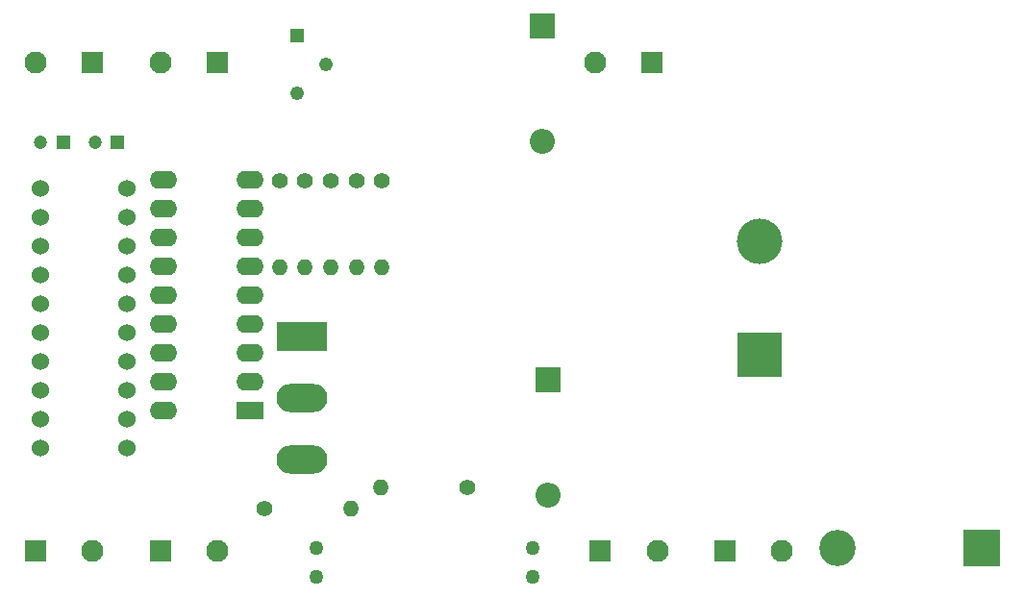
<source format=gbr>
%TF.GenerationSoftware,KiCad,Pcbnew,(6.0.9)*%
%TF.CreationDate,2023-01-27T09:56:42+11:00*%
%TF.ProjectId,CG22STAGE_MODULE,43473232-5354-4414-9745-5f4d4f44554c,rev?*%
%TF.SameCoordinates,Original*%
%TF.FileFunction,Soldermask,Bot*%
%TF.FilePolarity,Negative*%
%FSLAX46Y46*%
G04 Gerber Fmt 4.6, Leading zero omitted, Abs format (unit mm)*
G04 Created by KiCad (PCBNEW (6.0.9)) date 2023-01-27 09:56:42*
%MOMM*%
%LPD*%
G01*
G04 APERTURE LIST*
%ADD10C,1.270000*%
%ADD11C,1.400000*%
%ADD12O,1.400000X1.400000*%
%ADD13R,1.950000X1.950000*%
%ADD14C,1.950000*%
%ADD15R,4.000000X4.000000*%
%ADD16C,4.000000*%
%ADD17R,2.200000X2.200000*%
%ADD18O,2.200000X2.200000*%
%ADD19R,1.200000X1.200000*%
%ADD20C,1.200000*%
%ADD21R,4.500000X2.500000*%
%ADD22O,4.500000X2.500000*%
%ADD23R,2.400000X1.600000*%
%ADD24O,2.400000X1.600000*%
%ADD25C,1.524000*%
%ADD26R,1.222000X1.222000*%
%ADD27C,1.222000*%
%ADD28R,3.200000X3.200000*%
%ADD29O,3.200000X3.200000*%
G04 APERTURE END LIST*
D10*
%TO.C,U1*%
X192499600Y-129730000D03*
X173500400Y-129730000D03*
X173500400Y-132270000D03*
X192499600Y-132270000D03*
%TD*%
D11*
%TO.C,R7*%
X186810000Y-124400000D03*
D12*
X179190000Y-124400000D03*
%TD*%
D13*
%TO.C,J3*%
X164750000Y-87000000D03*
D14*
X159750000Y-87000000D03*
%TD*%
D13*
%TO.C,J4*%
X159750000Y-130000000D03*
D14*
X164750000Y-130000000D03*
%TD*%
D11*
%TO.C,R5*%
X170250000Y-97420000D03*
D12*
X170250000Y-105040000D03*
%TD*%
D15*
%TO.C,C1*%
X212500000Y-112730499D03*
D16*
X212500000Y-102730499D03*
%TD*%
D11*
%TO.C,R1*%
X174750000Y-97420000D03*
D12*
X174750000Y-105040000D03*
%TD*%
D17*
%TO.C,D4*%
X193900000Y-114920000D03*
D18*
X193900000Y-125080000D03*
%TD*%
D13*
%TO.C,J6*%
X198500000Y-130000000D03*
D14*
X203500000Y-130000000D03*
%TD*%
D17*
%TO.C,D3*%
X193400000Y-83820000D03*
D18*
X193400000Y-93980000D03*
%TD*%
D19*
%TO.C,C3*%
X155972599Y-94000000D03*
D20*
X153972599Y-94000000D03*
%TD*%
D11*
%TO.C,R4*%
X172500000Y-97420000D03*
D12*
X172500000Y-105040000D03*
%TD*%
D11*
%TO.C,R2*%
X177000000Y-97420000D03*
D12*
X177000000Y-105040000D03*
%TD*%
D11*
%TO.C,R6*%
X168890000Y-126300000D03*
D12*
X176510000Y-126300000D03*
%TD*%
D21*
%TO.C,D1*%
X172180000Y-111100000D03*
D22*
X172180000Y-116550000D03*
X172180000Y-122000000D03*
%TD*%
D23*
%TO.C,U2*%
X167630000Y-117650000D03*
D24*
X167630000Y-115110000D03*
X167630000Y-112570000D03*
X167630000Y-110030000D03*
X167630000Y-107490000D03*
X167630000Y-104950000D03*
X167630000Y-102410000D03*
X167630000Y-99870000D03*
X167630000Y-97330000D03*
X160010000Y-97330000D03*
X160010000Y-99870000D03*
X160010000Y-102410000D03*
X160010000Y-104950000D03*
X160010000Y-107490000D03*
X160010000Y-110030000D03*
X160010000Y-112570000D03*
X160010000Y-115110000D03*
X160010000Y-117650000D03*
%TD*%
D25*
%TO.C,LED1*%
X149190000Y-98050000D03*
X149190000Y-100590000D03*
X149190000Y-103130000D03*
X149190000Y-105670000D03*
X149190000Y-108210000D03*
X149190000Y-110750000D03*
X149190000Y-113290000D03*
X149190000Y-115830000D03*
X149190000Y-118370000D03*
X149190000Y-120910000D03*
X156810000Y-120910000D03*
X156810000Y-118370000D03*
X156810000Y-115830000D03*
X156810000Y-113290000D03*
X156810000Y-110750000D03*
X156810000Y-108210000D03*
X156810000Y-105670000D03*
X156810000Y-103130000D03*
X156810000Y-100590000D03*
X156810000Y-98050000D03*
%TD*%
D26*
%TO.C,VR1*%
X171770000Y-84615500D03*
D27*
X174310000Y-87155500D03*
X171770000Y-89695500D03*
%TD*%
D13*
%TO.C,J1*%
X153750000Y-87000000D03*
D14*
X148750000Y-87000000D03*
%TD*%
D13*
%TO.C,J7*%
X209500000Y-130000000D03*
D14*
X214500000Y-130000000D03*
%TD*%
D19*
%TO.C,C2*%
X151222599Y-94000000D03*
D20*
X149222599Y-94000000D03*
%TD*%
D28*
%TO.C,D2*%
X232100000Y-129750000D03*
D29*
X219400000Y-129750000D03*
%TD*%
D13*
%TO.C,J2*%
X203000000Y-87000000D03*
D14*
X198000000Y-87000000D03*
%TD*%
D11*
%TO.C,R3*%
X179250000Y-97420000D03*
D12*
X179250000Y-105040000D03*
%TD*%
D13*
%TO.C,J5*%
X148750000Y-130000000D03*
D14*
X153750000Y-130000000D03*
%TD*%
M02*

</source>
